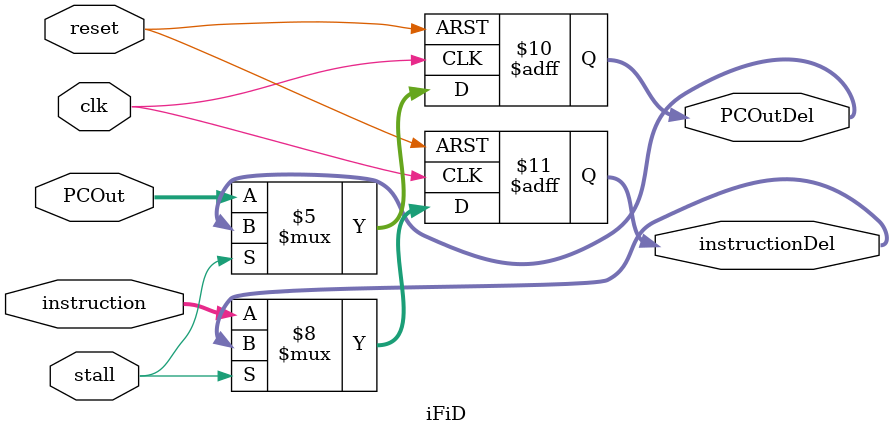
<source format=v>
`timescale 1ns / 1ps


module iFiD(
    input reset,
    input clk,
    input stall,
    input [63:0] PCOut,
    input [31:0] instruction,
    output reg [63:0] PCOutDel,
    output reg [31:0] instructionDel
    );
    always @(posedge clk or posedge reset) begin
    if (reset == 1'b1) begin
        instructionDel = 0; PCOutDel = 0;
    end
    else begin
        if (!stall) begin
            instructionDel = instruction; PCOutDel = PCOut;
       end 
//          else begin
//            instructionDel = 32'b0;
//        end
    end
end
    
endmodule

</source>
